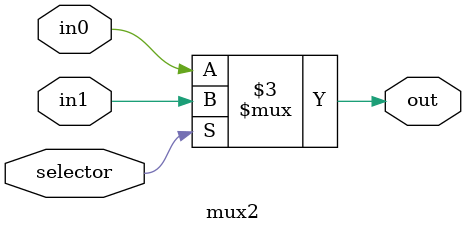
<source format=v>
module mux2(
    selector,
    in0, in1,
    out
);
parameter width = 1;

input wire selector;
input wire [width-1:0] in0, in1;
output reg [width-1:0] out;

always @ (*) begin
    if(selector) out <= in1;
    else out <= in0;
end

endmodule
</source>
